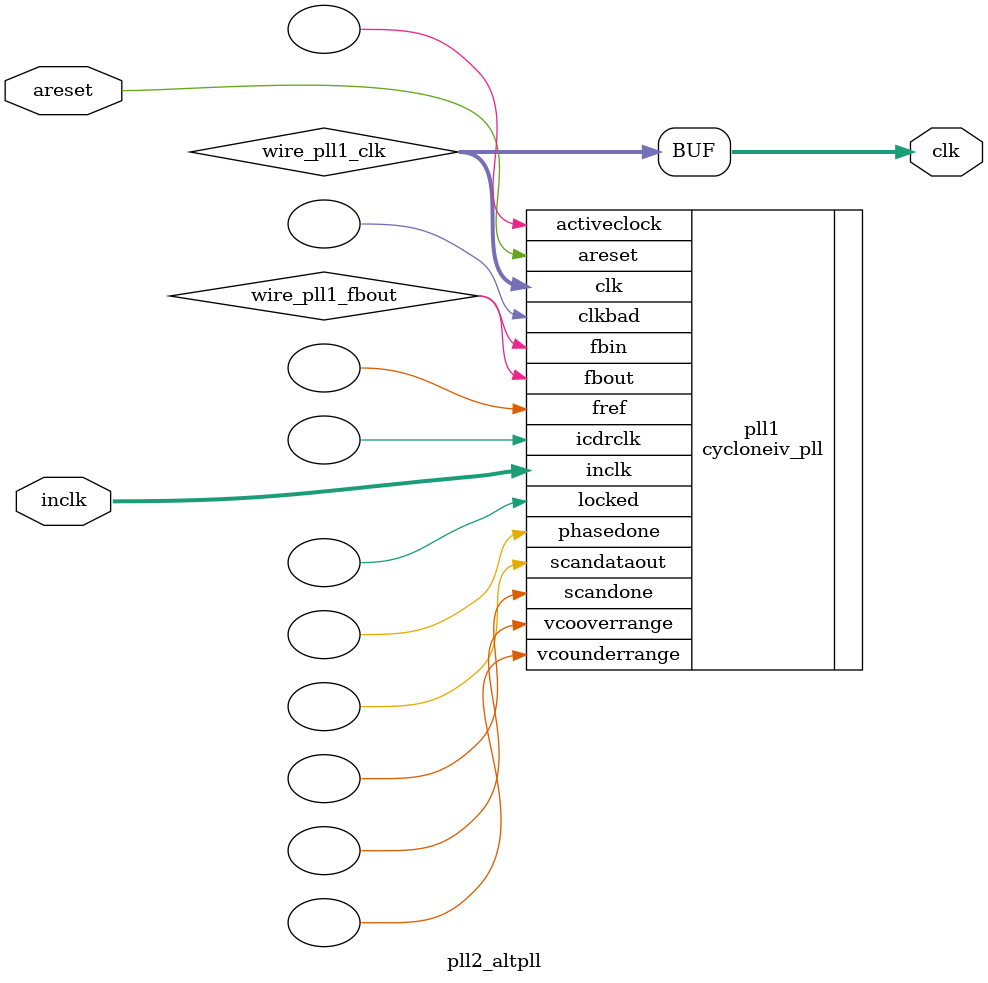
<source format=v>






//synthesis_resources = cycloneiv_pll 1 
//synopsys translate_off
`timescale 1 ps / 1 ps
//synopsys translate_on
module  pll2_altpll
	( 
	areset,
	clk,
	inclk) /* synthesis synthesis_clearbox=1 */;
	input   areset;
	output   [4:0]  clk;
	input   [1:0]  inclk;
`ifndef ALTERA_RESERVED_QIS
// synopsys translate_off
`endif
	tri0   areset;
	tri0   [1:0]  inclk;
`ifndef ALTERA_RESERVED_QIS
// synopsys translate_on
`endif

	wire  [4:0]   wire_pll1_clk;
	wire  wire_pll1_fbout;

	cycloneiv_pll   pll1
	( 
	.activeclock(),
	.areset(areset),
	.clk(wire_pll1_clk),
	.clkbad(),
	.fbin(wire_pll1_fbout),
	.fbout(wire_pll1_fbout),
	.fref(),
	.icdrclk(),
	.inclk(inclk),
	.locked(),
	.phasedone(),
	.scandataout(),
	.scandone(),
	.vcooverrange(),
	.vcounderrange()
	`ifndef FORMAL_VERIFICATION
	// synopsys translate_off
	`endif
	,
	.clkswitch(1'b0),
	.configupdate(1'b0),
	.pfdena(1'b1),
	.phasecounterselect({3{1'b0}}),
	.phasestep(1'b0),
	.phaseupdown(1'b0),
	.scanclk(1'b0),
	.scanclkena(1'b1),
	.scandata(1'b0)
	`ifndef FORMAL_VERIFICATION
	// synopsys translate_on
	`endif
	);
	defparam
		pll1.bandwidth_type = "auto",
		pll1.clk0_divide_by = 2000,
		pll1.clk0_duty_cycle = 50,
		pll1.clk0_multiply_by = 1007,
		pll1.clk0_phase_shift = "0",
		pll1.compensate_clock = "clk0",
		pll1.inclk0_input_frequency = 20000,
		pll1.operation_mode = "normal",
		pll1.pll_type = "auto",
		pll1.lpm_type = "cycloneiv_pll";
	assign
		clk = {wire_pll1_clk[4:0]};
endmodule //pll2_altpll
//VALID FILE

</source>
